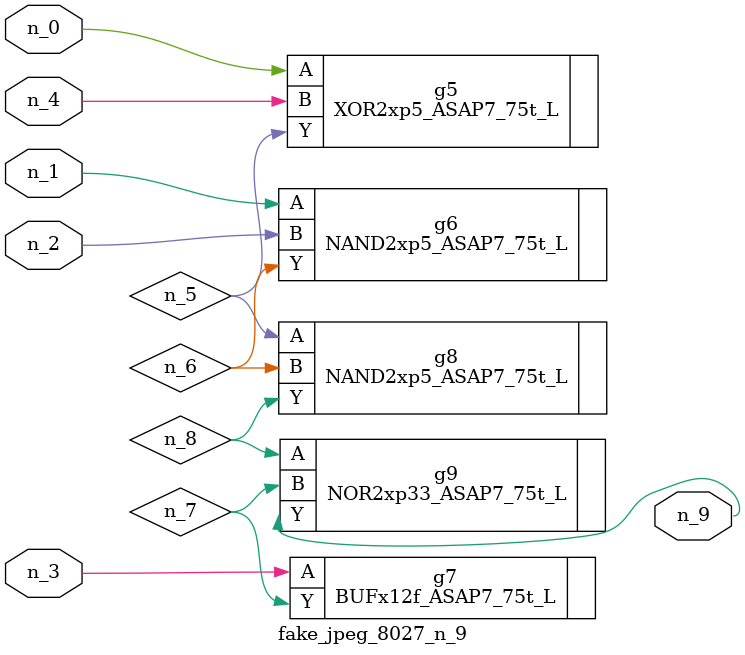
<source format=v>
module fake_jpeg_8027_n_9 (n_3, n_2, n_1, n_0, n_4, n_9);

input n_3;
input n_2;
input n_1;
input n_0;
input n_4;

output n_9;

wire n_8;
wire n_6;
wire n_5;
wire n_7;

XOR2xp5_ASAP7_75t_L g5 ( 
.A(n_0),
.B(n_4),
.Y(n_5)
);

NAND2xp5_ASAP7_75t_L g6 ( 
.A(n_1),
.B(n_2),
.Y(n_6)
);

BUFx12f_ASAP7_75t_L g7 ( 
.A(n_3),
.Y(n_7)
);

NAND2xp5_ASAP7_75t_L g8 ( 
.A(n_5),
.B(n_6),
.Y(n_8)
);

NOR2xp33_ASAP7_75t_L g9 ( 
.A(n_8),
.B(n_7),
.Y(n_9)
);


endmodule
</source>
